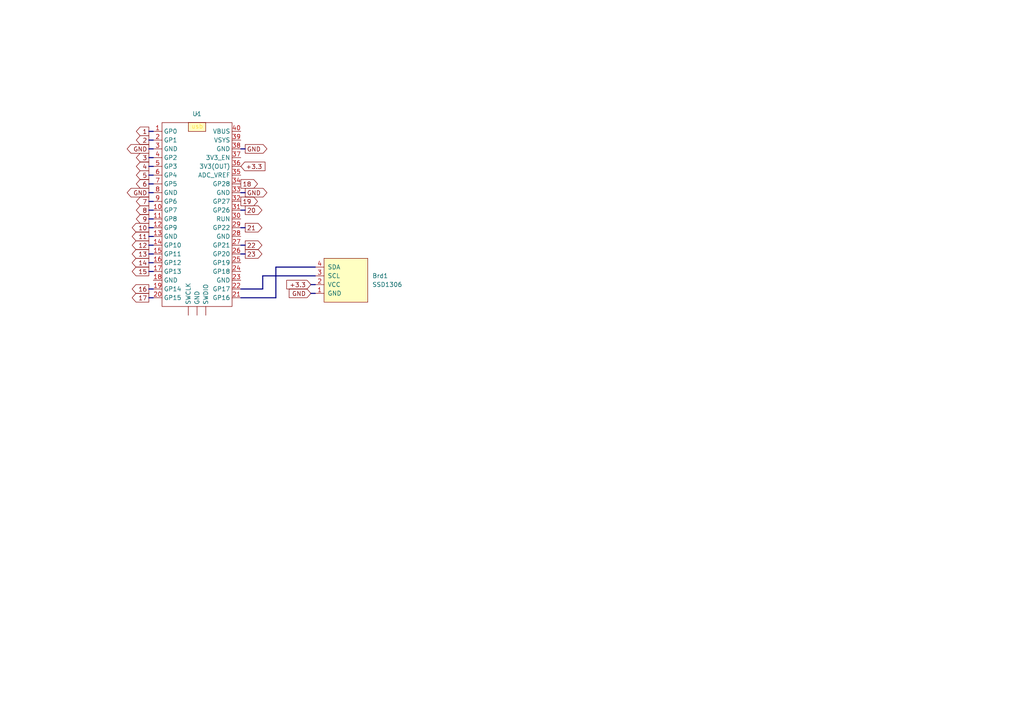
<source format=kicad_sch>
(kicad_sch (version 20230121) (generator eeschema)
  (paper "A4")
  (lib_symbols
    (symbol "Device:C" (pin_numbers hide) (pin_names (offset 0.254))
      (property "Reference" "C" (at 0.635 2.54 0))
      (property "Value" "C" (at 0.635 -2.54 0))
      (symbol "C_1_1"
        (pin passive line (at 0 3.81 270) (length 2.794) (name "~") (number "1"))
        (pin passive line (at 0 -3.81 90) (length 2.794) (name "~") (number "2"))
      )
    )
    (symbol "mcu:pi_pico"
      (property "Reference" "U" (at 0 0 0))
      (symbol "pi_pico_1_0"
        (pin passive line (at -12.7 -27.94 0) (length 2.54) (name "GP7") (number "10"))
        (pin passive line (at -12.7 -30.48 0) (length 2.54) (name "GP8") (number "11"))
        (pin passive line (at -12.7 -33.02 0) (length 2.54) (name "GP9") (number "12"))
        (pin passive line (at -12.7 -35.56 0) (length 2.54) (name "GND") (number "13"))
        (pin passive line (at -12.7 -38.1 0) (length 2.54) (name "GP10") (number "14"))
        (pin passive line (at -12.7 -40.64 0) (length 2.54) (name "GP11") (number "15"))
        (pin passive line (at -12.7 -43.18 0) (length 2.54) (name "GP12") (number "16"))
        (pin passive line (at -12.7 -45.72 0) (length 2.54) (name "GP13") (number "17"))
        (pin passive line (at -12.7 -48.26 0) (length 2.54) (name "GND") (number "18"))
        (pin passive line (at -12.7 -50.8 0) (length 2.54) (name "GP14") (number "19"))
        (pin passive line (at -12.7 -53.34 0) (length 2.54) (name "GP15") (number "20"))
        (pin passive line (at 12.7 -53.34 180) (length 2.54) (name "GP16") (number "21"))
        (pin passive line (at 12.7 -50.8 180) (length 2.54) (name "GP17") (number "22"))
        (pin passive line (at 12.7 -48.26 180) (length 2.54) (name "GND") (number "23"))
        (pin passive line (at 12.7 -45.72 180) (length 2.54) (name "GP18") (number "24"))
        (pin passive line (at 12.7 -43.18 180) (length 2.54) (name "GP19") (number "25"))
        (pin passive line (at 12.7 -40.64 180) (length 2.54) (name "GP20") (number "26"))
        (pin passive line (at 12.7 -38.1 180) (length 2.54) (name "GP21") (number "27"))
        (pin passive line (at 12.7 -35.56 180) (length 2.54) (name "GND") (number "28"))
        (pin passive line (at 12.7 -33.02 180) (length 2.54) (name "GP22") (number "29"))
        (pin passive line (at -12.7 -10.16 0) (length 2.54) (name "GND") (number "3"))
        (pin passive line (at 12.7 -30.48 180) (length 2.54) (name "RUN") (number "30"))
        (pin passive line (at 12.7 -27.94 180) (length 2.54) (name "GP26") (number "31"))
        (pin passive line (at 12.7 -25.4 180) (length 2.54) (name "GP27") (number "32"))
        (pin passive line (at 12.7 -22.86 180) (length 2.54) (name "GND") (number "33"))
        (pin passive line (at 12.7 -20.32 180) (length 2.54) (name "GP28") (number "34"))
        (pin passive line (at 12.7 -17.78 180) (length 2.54) (name "ADC_VREF") (number "35"))
        (pin power_out line (at 12.7 -15.24 180) (length 2.54) (name "3V3(OUT)") (number "36"))
        (pin passive line (at 12.7 -12.7 180) (length 2.54) (name "3V3_EN") (number "37"))
        (pin passive line (at 12.7 -10.16 180) (length 2.54) (name "GND") (number "38"))
        (pin passive line (at 12.7 -7.62 180) (length 2.54) (name "VSYS") (number "39"))
        (pin passive line (at -12.7 -12.7 0) (length 2.54) (name "GP2") (number "4"))
        (pin passive line (at -12.7 -15.24 0) (length 2.54) (name "GP3") (number "5"))
        (pin passive line (at -12.7 -17.78 0) (length 2.54) (name "GP4") (number "6"))
        (pin passive line (at -12.7 -20.32 0) (length 2.54) (name "GP5") (number "7"))
        (pin passive line (at -12.7 -22.86 0) (length 2.54) (name "GND") (number "8"))
        (pin passive line (at -12.7 -25.4 0) (length 2.54) (name "GP6") (number "9"))
      )
      (symbol "pi_pico_1_1"
        (text "usb" (at 0.0526 -3.6068 0) (effects (font (size 1.27 1.27))))
        (pin passive line (at 0 -58.42 90) (length 2.54) (name "GND") (number ""))
        (pin passive line (at -2.54 -58.42 90) (length 2.54) (name "SWCLK") (number ""))
        (pin passive line (at 2.54 -58.42 90) (length 2.54) (name "SWDIO") (number ""))
        (pin passive line (at -12.7 -5.08 0) (length 2.54) (name "GP0") (number "1"))
        (pin passive line (at -12.7 -7.62 0) (length 2.54) (name "GP1") (number "2"))
        (pin passive line (at 12.7 -5.08 180) (length 2.54) (name "VBUS") (number "40"))
      )
    )
    (symbol "自作_Library:13×13_touch_pad"
      (property "Reference" "U5" (at 2.54 0 0))
      (property "Value" "~" (at 0 4.445 0))
      (symbol "13×13_touch_pad_1_1"
        (pin input line (at -2.54 0 0) (length 2.54) (name "1") (number "1"))
      )
    )
    (symbol "自作_Library:SSD1306" (pin_names (offset 1.016))
      (property "Reference" "Brd" (at 0 -3.81 0))
      (property "Value" "SSD1306" (at 0 -1.27 0))
      (symbol "SSD1306_1_1"
        (pin input line (at -3.81 8.89 270) (length 2.54) (name "GND") (number "1"))
        (pin input line (at -1.27 8.89 270) (length 2.54) (name "VCC") (number "2"))
        (pin input line (at 1.27 8.89 270) (length 2.54) (name "SCL") (number "3"))
        (pin input line (at 3.81 8.89 270) (length 2.54) (name "SDA") (number "4"))
      )
    )
    (symbol "自作_Library:TTP223-BA6" (pin_names (offset 1.016))
      (property "Reference" "U" (at -7.62 8.128 0))
      (property "Value" "TTP223-BA6" (at -7.62 -9.906 0))
      (symbol "TTP223-BA6_0_0"
        (pin output line (at 10.16 5.08 180) (length 2.54) (name "Q") (number "1"))
        (pin power_in line (at -10.16 -5.08 0) (length 2.54) (name "VSS") (number "2"))
        (pin bidirectional line (at -10.16 0 0) (length 2.54) (name "I") (number "3"))
        (pin input line (at 10.16 -2.54 180) (length 2.54) (name "AHLB") (number "4"))
        (pin power_in line (at -10.16 5.08 0) (length 2.54) (name "VDD") (number "5"))
        (pin input line (at 10.16 0 180) (length 2.54) (name "TOG") (number "6"))
      )
    )
  )
  (junction (at 546.1 118.11))
  (junction (at 515.62 64.77))
  (junction (at 405.13 50.8))
  (junction (at 355.6 22.86))
  (junction (at 553.72 105.41))
  (junction (at 613.41 44.45))
  (junction (at 416.56 62.23))
  (junction (at 453.39 27.94))
  (junction (at 367.03 83.82))
  (junction (at 496.57 40.64))
  (junction (at 445.77 66.04))
  (junction (at 594.36 95.25))
  (junction (at 613.41 69.85))
  (junction (at 496.57 115.57))
  (junction (at 553.72 30.48))
  (junction (at 405.13 100.33))
  (junction (at 496.57 66.04))
  (junction (at 601.98 33.02))
  (junction (at 445.77 40.64))
  (junction (at 355.6 48.26))
  (junction (at 546.1 68.58))
  (junction (at 367.03 59.69))
  (junction (at 347.98 110.49))
  (junction (at 453.39 53.34))
  (junction (at 565.15 116.84))
  (junction (at 464.82 88.9))
  (junction (at 565.15 41.91))
  (junction (at 347.98 85.09))
  (junction (at 515.62 114.3))
  (junction (at 416.56 111.76))
  (junction (at 397.51 38.1))
  (junction (at 565.15 91.44))
  (junction (at 464.82 64.77))
  (junction (at 445.77 115.57))
  (junction (at 347.98 35.56))
  (junction (at 515.62 39.37))
  (junction (at 601.98 58.42))
  (junction (at 553.72 55.88))
  (junction (at 445.77 90.17))
  (junction (at 504.19 102.87))
  (junction (at 355.6 72.39))
  (junction (at 504.19 77.47))
  (junction (at 397.51 87.63))
  (junction (at 504.19 53.34))
  (junction (at 464.82 39.37))
  (junction (at 565.15 67.31))
  (junction (at 367.03 109.22))
  (junction (at 546.1 43.18))
  (junction (at 594.36 45.72))
  (junction (at 613.41 93.98))
  (junction (at 416.56 36.83))
  (junction (at 464.82 114.3))
  (junction (at 347.98 60.96))
  (junction (at 416.56 86.36))
  (junction (at 553.72 80.01))
  (junction (at 601.98 82.55))
  (junction (at 397.51 113.03))
  (junction (at 397.51 63.5))
  (junction (at 355.6 97.79))
  (junction (at 367.03 34.29))
  (junction (at 405.13 74.93))
  (junction (at 504.19 27.94))
  (junction (at 453.39 77.47))
  (junction (at 405.13 25.4))
  (junction (at 515.62 88.9))
  (junction (at 496.57 90.17))
  (junction (at 453.39 102.87))
  (junction (at 546.1 92.71))
  (junction (at 594.36 71.12))
  (bus (pts (xy 416.56 62.23) (xy 416.56 63.5)))
  (bus (pts (xy 593.09 95.25) (xy 594.36 95.25)))
  (bus (pts (xy 518.16 22.86) (xy 518.16 39.37)))
  (bus (pts (xy 553.72 55.88) (xy 557.53 55.88)))
  (bus (pts (xy 369.57 59.69) (xy 367.03 59.69)))
  (bus (pts (xy 453.39 62.23) (xy 453.39 64.77)))
  (bus (pts (xy 567.69 25.4) (xy 567.69 41.91)))
  (bus (pts (xy 408.94 63.5) (xy 397.51 63.5)))
  (bus (pts (xy 43.18 60.96) (xy 44.45 60.96)))
  (bus (pts (xy 367.03 59.69) (xy 367.03 60.96)))
  (bus (pts (xy 495.3 107.95) (xy 496.57 107.95)))
  (bus (pts (xy 457.2 66.04) (xy 445.77 66.04)))
  (bus (pts (xy 515.62 114.3) (xy 504.19 114.3)))
  (bus (pts (xy 69.85 71.12) (xy 71.12 71.12)))
  (bus (pts (xy 544.83 85.09) (xy 546.1 85.09)))
  (bus (pts (xy 355.6 72.39) (xy 359.41 72.39)))
  (bus (pts (xy 495.3 66.04) (xy 496.57 66.04)))
  (bus (pts (xy 355.6 72.39) (xy 355.6 73.66)))
  (bus (pts (xy 346.71 92.71) (xy 369.57 92.71)))
  (bus (pts (xy 396.24 113.03) (xy 397.51 113.03)))
  (bus (pts (xy 43.18 48.26) (xy 44.45 48.26)))
  (bus (pts (xy 553.72 88.9) (xy 553.72 91.44)))
  (bus (pts (xy 444.5 40.64) (xy 445.77 40.64)))
  (bus (pts (xy 613.41 43.18) (xy 613.41 44.45)))
  (bus (pts (xy 467.36 22.86) (xy 467.36 39.37)))
  (bus (pts (xy 397.51 113.03) (xy 397.51 105.41)))
  (bus (pts (xy 346.71 43.18) (xy 369.57 43.18)))
  (bus (pts (xy 445.77 90.17) (xy 445.77 82.55)))
  (bus (pts (xy 553.72 30.48) (xy 553.72 31.75)))
  (bus (pts (xy 90.17 85.09) (xy 91.44 85.09)))
  (bus (pts (xy 567.69 67.31) (xy 565.15 67.31)))
  (bus (pts (xy 43.18 38.1) (xy 44.45 38.1)))
  (bus (pts (xy 69.85 86.36) (xy 80.01 86.36)))
  (bus (pts (xy 43.18 55.88) (xy 44.45 55.88)))
  (bus (pts (xy 416.56 85.09) (xy 416.56 86.36)))
  (bus (pts (xy 396.24 105.41) (xy 397.51 105.41)))
  (bus (pts (xy 367.03 34.29) (xy 367.03 35.56)))
  (bus (pts (xy 467.36 114.3) (xy 464.82 114.3)))
  (bus (pts (xy 445.77 115.57) (xy 445.77 107.95)))
  (bus (pts (xy 396.24 87.63) (xy 397.51 87.63)))
  (bus (pts (xy 518.16 64.77) (xy 515.62 64.77)))
  (bus (pts (xy 515.62 88.9) (xy 515.62 90.17)))
  (bus (pts (xy 416.56 36.83) (xy 416.56 38.1)))
  (bus (pts (xy 495.3 58.42) (xy 496.57 58.42)))
  (bus (pts (xy 405.13 83.82) (xy 405.13 86.36)))
  (bus (pts (xy 504.19 111.76) (xy 504.19 114.3)))
  (bus (pts (xy 565.15 41.91) (xy 553.72 41.91)))
  (bus (pts (xy 367.03 109.22) (xy 355.6 109.22)))
  (bus (pts (xy 43.18 50.8) (xy 44.45 50.8)))
  (bus (pts (xy 544.83 110.49) (xy 546.1 110.49)))
  (bus (pts (xy 515.62 64.77) (xy 504.19 64.77)))
  (bus (pts (xy 495.3 82.55) (xy 496.57 82.55)))
  (bus (pts (xy 518.16 114.3) (xy 515.62 114.3)))
  (bus (pts (xy 464.82 114.3) (xy 464.82 115.57)))
  (bus (pts (xy 605.79 95.25) (xy 594.36 95.25)))
  (bus (pts (xy 355.6 22.86) (xy 359.41 22.86)))
  (bus (pts (xy 416.56 62.23) (xy 405.13 62.23)))
  (bus (pts (xy 367.03 83.82) (xy 367.03 85.09)))
  (bus (pts (xy 515.62 113.03) (xy 515.62 114.3)))
  (bus (pts (xy 467.36 64.77) (xy 464.82 64.77)))
  (bus (pts (xy 467.36 97.79) (xy 467.36 114.3)))
  (bus (pts (xy 43.18 73.66) (xy 44.45 73.66)))
  (bus (pts (xy 518.16 48.26) (xy 518.16 64.77)))
  (bus (pts (xy 355.6 48.26) (xy 355.6 49.53)))
  (bus (pts (xy 615.95 93.98) (xy 613.41 93.98)))
  (bus (pts (xy 346.71 97.79) (xy 355.6 97.79)))
  (bus (pts (xy 567.69 74.93) (xy 567.69 91.44)))
  (bus (pts (xy 546.1 43.18) (xy 546.1 35.56)))
  (bus (pts (xy 464.82 63.5) (xy 464.82 64.77)))
  (bus (pts (xy 515.62 39.37) (xy 515.62 40.64)))
  (bus (pts (xy 405.13 74.93) (xy 405.13 76.2)))
  (bus (pts (xy 367.03 33.02) (xy 367.03 34.29)))
  (bus (pts (xy 347.98 110.49) (xy 347.98 102.87)))
  (bus (pts (xy 405.13 100.33) (xy 408.94 100.33)))
  (bus (pts (xy 369.57 109.22) (xy 367.03 109.22)))
  (bus (pts (xy 444.5 102.87) (xy 453.39 102.87)))
  (bus (pts (xy 453.39 27.94) (xy 457.2 27.94)))
  (bus (pts (xy 464.82 87.63) (xy 464.82 88.9)))
  (bus (pts (xy 546.1 68.58) (xy 546.1 60.96)))
  (bus (pts (xy 419.1 62.23) (xy 416.56 62.23)))
  (bus (pts (xy 546.1 118.11) (xy 546.1 110.49)))
  (bus (pts (xy 43.18 71.12) (xy 44.45 71.12)))
  (bus (pts (xy 346.71 17.78) (xy 369.57 17.78)))
  (bus (pts (xy 605.79 45.72) (xy 594.36 45.72)))
  (bus (pts (xy 515.62 88.9) (xy 504.19 88.9)))
  (bus (pts (xy 43.18 76.2) (xy 44.45 76.2)))
  (bus (pts (xy 495.3 90.17) (xy 496.57 90.17)))
  (bus (pts (xy 613.41 69.85) (xy 601.98 69.85)))
  (bus (pts (xy 567.69 116.84) (xy 565.15 116.84)))
  (bus (pts (xy 565.15 66.04) (xy 565.15 67.31)))
  (bus (pts (xy 347.98 85.09) (xy 347.98 77.47)))
  (bus (pts (xy 515.62 64.77) (xy 515.62 66.04)))
  (bus (pts (xy 615.95 77.47) (xy 615.95 93.98)))
  (bus (pts (xy 419.1 95.25) (xy 419.1 111.76)))
  (bus (pts (xy 601.98 82.55) (xy 601.98 83.82)))
  (bus (pts (xy 453.39 102.87) (xy 457.2 102.87)))
  (bus (pts (xy 397.51 38.1) (xy 397.51 30.48)))
  (bus (pts (xy 504.19 53.34) (xy 508 53.34)))
  (bus (pts (xy 69.85 55.88) (xy 71.12 55.88)))
  (bus (pts (xy 515.62 87.63) (xy 515.62 88.9)))
  (bus (pts (xy 416.56 36.83) (xy 405.13 36.83)))
  (bus (pts (xy 553.72 55.88) (xy 553.72 57.15)))
  (bus (pts (xy 508 40.64) (xy 496.57 40.64)))
  (bus (pts (xy 346.71 72.39) (xy 355.6 72.39)))
  (bus (pts (xy 346.71 102.87) (xy 347.98 102.87)))
  (bus (pts (xy 416.56 60.96) (xy 416.56 62.23)))
  (bus (pts (xy 553.72 80.01) (xy 557.53 80.01)))
  (bus (pts (xy 601.98 41.91) (xy 601.98 44.45)))
  (bus (pts (xy 544.83 100.33) (xy 567.69 100.33)))
  (bus (pts (xy 367.03 58.42) (xy 367.03 59.69)))
  (bus (pts (xy 367.03 82.55) (xy 367.03 83.82)))
  (bus (pts (xy 346.71 60.96) (xy 347.98 60.96)))
  (bus (pts (xy 419.1 69.85) (xy 419.1 86.36)))
  (bus (pts (xy 355.6 81.28) (xy 355.6 83.82)))
  (bus (pts (xy 405.13 25.4) (xy 408.94 25.4)))
  (bus (pts (xy 601.98 58.42) (xy 601.98 59.69)))
  (bus (pts (xy 346.71 35.56) (xy 347.98 35.56)))
  (bus (pts (xy 69.85 66.04) (xy 71.12 66.04)))
  (bus (pts (xy 508 66.04) (xy 496.57 66.04)))
  (bus (pts (xy 444.5 77.47) (xy 453.39 77.47)))
  (bus (pts (xy 369.57 43.18) (xy 369.57 59.69)))
  (bus (pts (xy 453.39 77.47) (xy 453.39 78.74)))
  (bus (pts (xy 397.51 63.5) (xy 397.51 55.88)))
  (bus (pts (xy 613.41 93.98) (xy 601.98 93.98)))
  (bus (pts (xy 496.57 115.57) (xy 496.57 107.95)))
  (bus (pts (xy 553.72 39.37) (xy 553.72 41.91)))
  (bus (pts (xy 464.82 88.9) (xy 464.82 90.17)))
  (bus (pts (xy 504.19 27.94) (xy 508 27.94)))
  (bus (pts (xy 593.09 33.02) (xy 601.98 33.02)))
  (bus (pts (xy 615.95 44.45) (xy 613.41 44.45)))
  (bus (pts (xy 593.09 53.34) (xy 615.95 53.34)))
  (bus (pts (xy 567.69 50.8) (xy 567.69 67.31)))
  (bus (pts (xy 593.09 63.5) (xy 594.36 63.5)))
  (bus (pts (xy 467.36 48.26) (xy 467.36 64.77)))
  (bus (pts (xy 495.3 27.94) (xy 504.19 27.94)))
  (bus (pts (xy 557.53 92.71) (xy 546.1 92.71)))
  (bus (pts (xy 601.98 58.42) (xy 605.79 58.42)))
  (bus (pts (xy 565.15 116.84) (xy 553.72 116.84)))
  (bus (pts (xy 544.83 80.01) (xy 553.72 80.01)))
  (bus (pts (xy 69.85 73.66) (xy 71.12 73.66)))
  (bus (pts (xy 553.72 80.01) (xy 553.72 81.28)))
  (bus (pts (xy 369.57 17.78) (xy 369.57 34.29)))
  (bus (pts (xy 367.03 107.95) (xy 367.03 109.22)))
  (bus (pts (xy 544.83 55.88) (xy 553.72 55.88)))
  (bus (pts (xy 396.24 69.85) (xy 419.1 69.85)))
  (bus (pts (xy 408.94 87.63) (xy 397.51 87.63)))
  (bus (pts (xy 495.3 77.47) (xy 504.19 77.47)))
  (bus (pts (xy 397.51 87.63) (xy 397.51 80.01)))
  (bus (pts (xy 504.19 36.83) (xy 504.19 39.37)))
  (bus (pts (xy 457.2 40.64) (xy 445.77 40.64)))
  (bus (pts (xy 593.09 27.94) (xy 615.95 27.94)))
  (bus (pts (xy 567.69 41.91) (xy 565.15 41.91)))
  (bus (pts (xy 43.18 53.34) (xy 44.45 53.34)))
  (bus (pts (xy 346.71 27.94) (xy 347.98 27.94)))
  (bus (pts (xy 444.5 66.04) (xy 445.77 66.04)))
  (bus (pts (xy 464.82 64.77) (xy 453.39 64.77)))
  (bus (pts (xy 346.71 77.47) (xy 347.98 77.47)))
  (bus (pts (xy 359.41 85.09) (xy 347.98 85.09)))
  (bus (pts (xy 504.19 62.23) (xy 504.19 64.77)))
  (bus (pts (xy 405.13 50.8) (xy 405.13 52.07)))
  (bus (pts (xy 405.13 50.8) (xy 408.94 50.8)))
  (bus (pts (xy 515.62 63.5) (xy 515.62 64.77)))
  (bus (pts (xy 355.6 106.68) (xy 355.6 109.22)))
  (bus (pts (xy 69.85 60.96) (xy 71.12 60.96)))
  (bus (pts (xy 444.5 82.55) (xy 445.77 82.55)))
  (bus (pts (xy 495.3 22.86) (xy 518.16 22.86)))
  (bus (pts (xy 396.24 55.88) (xy 397.51 55.88)))
  (bus (pts (xy 396.24 25.4) (xy 405.13 25.4)))
  (bus (pts (xy 544.83 68.58) (xy 546.1 68.58)))
  (bus (pts (xy 565.15 91.44) (xy 553.72 91.44)))
  (bus (pts (xy 69.85 43.18) (xy 71.12 43.18)))
  (bus (pts (xy 553.72 64.77) (xy 553.72 67.31)))
  (bus (pts (xy 369.57 34.29) (xy 367.03 34.29)))
  (bus (pts (xy 593.09 87.63) (xy 594.36 87.63)))
  (bus (pts (xy 464.82 113.03) (xy 464.82 114.3)))
  (bus (pts (xy 544.83 118.11) (xy 546.1 118.11)))
  (bus (pts (xy 504.19 77.47) (xy 508 77.47)))
  (bus (pts (xy 601.98 33.02) (xy 601.98 34.29)))
  (bus (pts (xy 80.01 86.36) (xy 80.01 77.47)))
  (bus (pts (xy 615.95 69.85) (xy 613.41 69.85)))
  (bus (pts (xy 396.24 50.8) (xy 405.13 50.8)))
  (bus (pts (xy 405.13 100.33) (xy 405.13 101.6)))
  (bus (pts (xy 544.83 25.4) (xy 567.69 25.4)))
  (bus (pts (xy 613.41 69.85) (xy 613.41 71.12)))
  (bus (pts (xy 504.19 86.36) (xy 504.19 88.9)))
  (bus (pts (xy 444.5 33.02) (xy 445.77 33.02)))
  (bus (pts (xy 396.24 100.33) (xy 405.13 100.33)))
  (bus (pts (xy 405.13 34.29) (xy 405.13 36.83)))
  (bus (pts (xy 359.41 60.96) (xy 347.98 60.96)))
  (bus (pts (xy 76.2 80.01) (xy 91.44 80.01)))
  (bus (pts (xy 613.41 44.45) (xy 601.98 44.45)))
  (bus (pts (xy 369.57 67.31) (xy 369.57 83.82)))
  (bus (pts (xy 43.18 86.36) (xy 44.45 86.36)))
  (bus (pts (xy 369.57 92.71) (xy 369.57 109.22)))
  (bus (pts (xy 544.83 35.56) (xy 546.1 35.56)))
  (bus (pts (xy 565.15 41.91) (xy 565.15 43.18)))
  (bus (pts (xy 445.77 66.04) (xy 445.77 58.42)))
  (bus (pts (xy 453.39 77.47) (xy 457.2 77.47)))
  (bus (pts (xy 43.18 66.04) (xy 44.45 66.04)))
  (bus (pts (xy 593.09 71.12) (xy 594.36 71.12)))
  (bus (pts (xy 593.09 82.55) (xy 601.98 82.55)))
  (bus (pts (xy 544.83 74.93) (xy 567.69 74.93)))
  (bus (pts (xy 605.79 71.12) (xy 594.36 71.12)))
  (bus (pts (xy 416.56 35.56) (xy 416.56 36.83)))
  (bus (pts (xy 504.19 102.87) (xy 508 102.87)))
  (bus (pts (xy 518.16 39.37) (xy 515.62 39.37)))
  (bus (pts (xy 80.01 77.47) (xy 91.44 77.47)))
  (bus (pts (xy 495.3 53.34) (xy 504.19 53.34)))
  (bus (pts (xy 419.1 111.76) (xy 416.56 111.76)))
  (bus (pts (xy 613.41 44.45) (xy 613.41 45.72)))
  (bus (pts (xy 565.15 90.17) (xy 565.15 91.44)))
  (bus (pts (xy 43.18 78.74) (xy 44.45 78.74)))
  (bus (pts (xy 464.82 64.77) (xy 464.82 66.04)))
  (bus (pts (xy 495.3 40.64) (xy 496.57 40.64)))
  (bus (pts (xy 444.5 90.17) (xy 445.77 90.17)))
  (bus (pts (xy 557.53 43.18) (xy 546.1 43.18)))
  (bus (pts (xy 396.24 63.5) (xy 397.51 63.5)))
  (bus (pts (xy 457.2 90.17) (xy 445.77 90.17)))
  (bus (pts (xy 444.5 53.34) (xy 453.39 53.34)))
  (bus (pts (xy 601.98 91.44) (xy 601.98 93.98)))
  (bus (pts (xy 544.83 43.18) (xy 546.1 43.18)))
  (bus (pts (xy 464.82 114.3) (xy 453.39 114.3)))
  (bus (pts (xy 464.82 38.1) (xy 464.82 39.37)))
  (bus (pts (xy 369.57 83.82) (xy 367.03 83.82)))
  (bus (pts (xy 416.56 110.49) (xy 416.56 111.76)))
  (bus (pts (xy 396.24 30.48) (xy 397.51 30.48)))
  (bus (pts (xy 601.98 33.02) (xy 605.79 33.02)))
  (bus (pts (xy 396.24 38.1) (xy 397.51 38.1)))
  (bus (pts (xy 69.85 83.82) (xy 76.2 83.82)))
  (bus (pts (xy 416.56 86.36) (xy 416.56 87.63)))
  (bus (pts (xy 405.13 74.93) (xy 408.94 74.93)))
  (bus (pts (xy 467.36 88.9) (xy 464.82 88.9)))
  (bus (pts (xy 396.24 45.72) (xy 419.1 45.72)))
  (bus (pts (xy 453.39 53.34) (xy 453.39 54.61)))
  (bus (pts (xy 419.1 86.36) (xy 416.56 86.36)))
  (bus (pts (xy 419.1 45.72) (xy 419.1 62.23)))
  (bus (pts (xy 594.36 71.12) (xy 594.36 63.5)))
  (bus (pts (xy 594.36 45.72) (xy 594.36 38.1)))
  (bus (pts (xy 504.19 77.47) (xy 504.19 78.74)))
  (bus (pts (xy 518.16 97.79) (xy 518.16 114.3)))
  (bus (pts (xy 367.03 59.69) (xy 355.6 59.69)))
  (bus (pts (xy 396.24 74.93) (xy 405.13 74.93)))
  (bus (pts (xy 557.53 68.58) (xy 546.1 68.58)))
  (bus (pts (xy 544.83 50.8) (xy 567.69 50.8)))
  (bus (pts (xy 444.5 58.42) (xy 445.77 58.42)))
  (bus (pts (xy 419.1 20.32) (xy 419.1 36.83)))
  (bus (pts (xy 495.3 33.02) (xy 496.57 33.02)))
  (bus (pts (xy 405.13 59.69) (xy 405.13 62.23)))
  (bus (pts (xy 544.83 30.48) (xy 553.72 30.48)))
  (bus (pts (xy 43.18 68.58) (xy 44.45 68.58)))
  (bus (pts (xy 601.98 67.31) (xy 601.98 69.85)))
  (bus (pts (xy 346.71 22.86) (xy 355.6 22.86)))
  (bus (pts (xy 396.24 80.01) (xy 397.51 80.01)))
  (bus (pts (xy 495.3 48.26) (xy 518.16 48.26)))
  (bus (pts (xy 43.18 40.64) (xy 44.45 40.64)))
  (bus (pts (xy 615.95 53.34) (xy 615.95 69.85)))
  (bus (pts (xy 396.24 20.32) (xy 419.1 20.32)))
  (bus (pts (xy 405.13 109.22) (xy 405.13 111.76)))
  (bus (pts (xy 416.56 111.76) (xy 416.56 113.03)))
  (bus (pts (xy 504.19 102.87) (xy 504.19 104.14)))
  (bus (pts (xy 355.6 97.79) (xy 355.6 99.06)))
  (bus (pts (xy 408.94 38.1) (xy 397.51 38.1)))
  (bus (pts (xy 444.5 97.79) (xy 467.36 97.79)))
  (bus (pts (xy 346.71 48.26) (xy 355.6 48.26)))
  (bus (pts (xy 613.41 68.58) (xy 613.41 69.85)))
  (bus (pts (xy 518.16 72.39) (xy 518.16 88.9)))
  (bus (pts (xy 553.72 105.41) (xy 557.53 105.41)))
  (bus (pts (xy 495.3 72.39) (xy 518.16 72.39)))
  (bus (pts (xy 565.15 91.44) (xy 565.15 92.71)))
  (bus (pts (xy 444.5 115.57) (xy 445.77 115.57)))
  (bus (pts (xy 508 115.57) (xy 496.57 115.57)))
  (bus (pts (xy 496.57 40.64) (xy 496.57 33.02)))
  (bus (pts (xy 43.18 58.42) (xy 44.45 58.42)))
  (bus (pts (xy 544.83 60.96) (xy 546.1 60.96)))
  (bus (pts (xy 508 90.17) (xy 496.57 90.17)))
  (bus (pts (xy 346.71 67.31) (xy 369.57 67.31)))
  (bus (pts (xy 355.6 48.26) (xy 359.41 48.26)))
  (bus (pts (xy 567.69 100.33) (xy 567.69 116.84)))
  (bus (pts (xy 43.18 63.5) (xy 44.45 63.5)))
  (bus (pts (xy 416.56 111.76) (xy 405.13 111.76)))
  (bus (pts (xy 593.09 38.1) (xy 594.36 38.1)))
  (bus (pts (xy 346.71 85.09) (xy 347.98 85.09)))
  (bus (pts (xy 464.82 88.9) (xy 453.39 88.9)))
  (bus (pts (xy 444.5 72.39) (xy 467.36 72.39)))
  (bus (pts (xy 565.15 40.64) (xy 565.15 41.91)))
  (bus (pts (xy 601.98 82.55) (xy 605.79 82.55)))
  (bus (pts (xy 546.1 92.71) (xy 546.1 85.09)))
  (bus (pts (xy 615.95 27.94) (xy 615.95 44.45)))
  (bus (pts (xy 496.57 66.04) (xy 496.57 58.42)))
  (bus (pts (xy 495.3 97.79) (xy 518.16 97.79)))
  (bus (pts (xy 557.53 118.11) (xy 546.1 118.11)))
  (bus (pts (xy 396.24 95.25) (xy 419.1 95.25)))
  (bus (pts (xy 567.69 91.44) (xy 565.15 91.44)))
  (bus (pts (xy 565.15 116.84) (xy 565.15 118.11)))
  (bus (pts (xy 453.39 27.94) (xy 453.39 29.21)))
  (bus (pts (xy 405.13 25.4) (xy 405.13 26.67)))
  (bus (pts (xy 496.57 90.17) (xy 496.57 82.55)))
  (bus (pts (xy 76.2 83.82) (xy 76.2 80.01)))
  (bus (pts (xy 565.15 67.31) (xy 565.15 68.58)))
  (bus (pts (xy 346.71 53.34) (xy 347.98 53.34)))
  (bus (pts (xy 453.39 102.87) (xy 453.39 104.14)))
  (bus (pts (xy 367.03 109.22) (xy 367.03 110.49)))
  (bus (pts (xy 444.5 22.86) (xy 467.36 22.86)))
  (bus (pts (xy 495.3 102.87) (xy 504.19 102.87)))
  (bus (pts (xy 355.6 31.75) (xy 355.6 34.29)))
  (bus (pts (xy 444.5 27.94) (xy 453.39 27.94)))
  (bus (pts (xy 504.19 27.94) (xy 504.19 29.21)))
  (bus (pts (xy 593.09 45.72) (xy 594.36 45.72)))
  (bus (pts (xy 444.5 48.26) (xy 467.36 48.26)))
  (bus (pts (xy 464.82 39.37) (xy 464.82 40.64)))
  (bus (pts (xy 43.18 83.82) (xy 44.45 83.82)))
  (bus (pts (xy 613.41 92.71) (xy 613.41 93.98)))
  (bus (pts (xy 43.18 45.72) (xy 44.45 45.72)))
  (bus (pts (xy 467.36 72.39) (xy 467.36 88.9)))
  (bus (pts (xy 515.62 38.1) (xy 515.62 39.37)))
  (bus (pts (xy 408.94 113.03) (xy 397.51 113.03)))
  (bus (pts (xy 467.36 39.37) (xy 464.82 39.37)))
  (bus (pts (xy 367.03 83.82) (xy 355.6 83.82)))
  (bus (pts (xy 457.2 115.57) (xy 445.77 115.57)))
  (bus (pts (xy 464.82 39.37) (xy 453.39 39.37)))
  (bus (pts (xy 515.62 114.3) (xy 515.62 115.57)))
  (bus (pts (xy 355.6 97.79) (xy 359.41 97.79)))
  (bus (pts (xy 544.83 92.71) (xy 546.1 92.71)))
  (bus (pts (xy 416.56 86.36) (xy 405.13 86.36)))
  (bus (pts (xy 453.39 53.34) (xy 457.2 53.34)))
  (bus (pts (xy 613.41 93.98) (xy 613.41 95.25)))
  (bus (pts (xy 453.39 111.76) (xy 453.39 114.3)))
  (bus (pts (xy 565.15 67.31) (xy 553.72 67.31)))
  (bus (pts (xy 504.19 53.34) (xy 504.19 54.61)))
  (bus (pts (xy 544.83 105.41) (xy 553.72 105.41)))
  (bus (pts (xy 359.41 35.56) (xy 347.98 35.56)))
  (bus (pts (xy 90.17 82.55) (xy 91.44 82.55)))
  (bus (pts (xy 594.36 95.25) (xy 594.36 87.63)))
  (bus (pts (xy 553.72 105.41) (xy 553.72 106.68)))
  (bus (pts (xy 367.03 34.29) (xy 355.6 34.29)))
  (bus (pts (xy 553.72 114.3) (xy 553.72 116.84)))
  (bus (pts (xy 515.62 39.37) (xy 504.19 39.37)))
  (bus (pts (xy 347.98 35.56) (xy 347.98 27.94)))
  (bus (pts (xy 347.98 60.96) (xy 347.98 53.34)))
  (bus (pts (xy 359.41 110.49) (xy 347.98 110.49)))
  (bus (pts (xy 445.77 40.64) (xy 445.77 33.02)))
  (bus (pts (xy 444.5 107.95) (xy 445.77 107.95)))
  (bus (pts (xy 453.39 36.83) (xy 453.39 39.37)))
  (bus (pts (xy 553.72 30.48) (xy 557.53 30.48)))
  (bus (pts (xy 346.71 110.49) (xy 347.98 110.49)))
  (bus (pts (xy 518.16 88.9) (xy 515.62 88.9)))
  (bus (pts (xy 43.18 43.18) (xy 44.45 43.18)))
  (bus (pts (xy 355.6 22.86) (xy 355.6 24.13)))
  (bus (pts (xy 565.15 115.57) (xy 565.15 116.84)))
  (bus (pts (xy 453.39 86.36) (xy 453.39 88.9)))
  (bus (pts (xy 593.09 77.47) (xy 615.95 77.47)))
  (bus (pts (xy 419.1 36.83) (xy 416.56 36.83)))
  (bus (pts (xy 355.6 57.15) (xy 355.6 59.69)))
  (bus (pts (xy 593.09 58.42) (xy 601.98 58.42)))
  (bus (pts (xy 495.3 115.57) (xy 496.57 115.57)))
  (global_label "+3.3" (shape input) (at 69.85 48.26 0) (property "Intersheetrefs" "${INTERSHEET_REFS}" (effects hide)))
  (global_label "3" (shape output) (at 43.18 45.72 180) (property "Intersheetrefs" "${INTERSHEET_REFS}" (effects hide)))
  (global_label "GND" (shape input) (at 565.15 40.64 90) (property "Intersheetrefs" "${INTERSHEET_REFS}" (effects hide)))
  (global_label "9" (shape input) (at 424.18 107.95 180) (property "Intersheetrefs" "${INTERSHEET_REFS}" (effects hide)))
  (global_label "13" (shape input) (at 474.98 33.02 180) (property "Intersheetrefs" "${INTERSHEET_REFS}" (effects hide)))
  (global_label "19" (shape output) (at 69.85 58.42 0) (property "Intersheetrefs" "${INTERSHEET_REFS}" (effects hide)))
  (global_label "+3.3" (shape input) (at 346.71 35.56 180) (property "Intersheetrefs" "${INTERSHEET_REFS}" (effects hide)))
  (global_label "22" (shape input) (at 572.77 63.5 180) (property "Intersheetrefs" "${INTERSHEET_REFS}" (effects hide)))
  (global_label "+3.3" (shape input) (at 544.83 118.11 180) (property "Intersheetrefs" "${INTERSHEET_REFS}" (effects hide)))
  (global_label "+3.3" (shape input) (at 396.24 38.1 180) (property "Intersheetrefs" "${INTERSHEET_REFS}" (effects hide)))
  (global_label "23" (shape input) (at 572.77 87.63 180) (property "Intersheetrefs" "${INTERSHEET_REFS}" (effects hide)))
  (global_label "19" (shape input) (at 524.51 60.96 180) (property "Intersheetrefs" "${INTERSHEET_REFS}" (effects hide)))
  (global_label "15" (shape input) (at 474.98 82.55 180) (property "Intersheetrefs" "${INTERSHEET_REFS}" (effects hide)))
  (global_label "GND" (shape input) (at 515.62 38.1 90) (property "Intersheetrefs" "${INTERSHEET_REFS}" (effects hide)))
  (global_label "+3.3" (shape input) (at 346.71 85.09 180) (property "Intersheetrefs" "${INTERSHEET_REFS}" (effects hide)))
  (global_label "13" (shape output) (at 43.18 73.66 180) (property "Intersheetrefs" "${INTERSHEET_REFS}" (effects hide)))
  (global_label "21" (shape output) (at 71.12 66.04 0) (property "Intersheetrefs" "${INTERSHEET_REFS}" (effects hide)))
  (global_label "+3.3" (shape input) (at 346.71 60.96 180) (property "Intersheetrefs" "${INTERSHEET_REFS}" (effects hide)))
  (global_label "20" (shape input) (at 524.51 35.56 180) (property "Intersheetrefs" "${INTERSHEET_REFS}" (effects hide)))
  (global_label "17" (shape input) (at 524.51 110.49 180) (property "Intersheetrefs" "${INTERSHEET_REFS}" (effects hide)))
  (global_label "2" (shape output) (at 43.18 40.64 180) (property "Intersheetrefs" "${INTERSHEET_REFS}" (effects hide)))
  (global_label "GND" (shape input) (at 515.62 113.03 90) (property "Intersheetrefs" "${INTERSHEET_REFS}" (effects hide)))
  (global_label "GND" (shape input) (at 416.56 60.96 90) (property "Intersheetrefs" "${INTERSHEET_REFS}" (effects hide)))
  (global_label "+3.3" (shape input) (at 396.24 63.5 180) (property "Intersheetrefs" "${INTERSHEET_REFS}" (effects hide)))
  (global_label "+3.3" (shape input) (at 444.5 66.04 180) (property "Intersheetrefs" "${INTERSHEET_REFS}" (effects hide)))
  (global_label "GND" (shape output) (at 43.18 55.88 180) (property "Intersheetrefs" "${INTERSHEET_REFS}" (effects hide)))
  (global_label "22" (shape output) (at 71.12 71.12 0) (property "Intersheetrefs" "${INTERSHEET_REFS}" (effects hide)))
  (global_label "GND" (shape input) (at 464.82 63.5 90) (property "Intersheetrefs" "${INTERSHEET_REFS}" (effects hide)))
  (global_label "12" (shape input) (at 424.18 33.02 180) (property "Intersheetrefs" "${INTERSHEET_REFS}" (effects hide)))
  (global_label "15" (shape output) (at 43.18 78.74 180) (property "Intersheetrefs" "${INTERSHEET_REFS}" (effects hide)))
  (global_label "1" (shape output) (at 43.18 38.1 180) (property "Intersheetrefs" "${INTERSHEET_REFS}" (effects hide)))
  (global_label "GND" (shape input) (at 90.17 85.09 180) (property "Intersheetrefs" "${INTERSHEET_REFS}" (effects hide)))
  (global_label "GND" (shape input) (at 613.41 68.58 90) (property "Intersheetrefs" "${INTERSHEET_REFS}" (effects hide)))
  (global_label "GND" (shape input) (at 464.82 113.03 90) (property "Intersheetrefs" "${INTERSHEET_REFS}" (effects hide)))
  (global_label "4" (shape output) (at 43.18 48.26 180) (property "Intersheetrefs" "${INTERSHEET_REFS}" (effects hide)))
  (global_label "GND" (shape input) (at 515.62 87.63 90) (property "Intersheetrefs" "${INTERSHEET_REFS}" (effects hide)))
  (global_label "+3.3" (shape input) (at 495.3 115.57 180) (property "Intersheetrefs" "${INTERSHEET_REFS}" (effects hide)))
  (global_label "7" (shape input) (at 375.92 80.01 180) (property "Intersheetrefs" "${INTERSHEET_REFS}" (effects hide)))
  (global_label "21" (shape input) (at 572.77 38.1 180) (property "Intersheetrefs" "${INTERSHEET_REFS}" (effects hide)))
  (global_label "11" (shape output) (at 43.18 68.58 180) (property "Intersheetrefs" "${INTERSHEET_REFS}" (effects hide)))
  (global_label "GND" (shape input) (at 416.56 110.49 90) (property "Intersheetrefs" "${INTERSHEET_REFS}" (effects hide)))
  (global_label "6" (shape input) (at 375.92 55.88 180) (property "Intersheetrefs" "${INTERSHEET_REFS}" (effects hide)))
  (global_label "16" (shape output) (at 43.18 83.82 180) (property "Intersheetrefs" "${INTERSHEET_REFS}" (effects hide)))
  (global_label "GND" (shape input) (at 515.62 63.5 90) (property "Intersheetrefs" "${INTERSHEET_REFS}" (effects hide)))
  (global_label "GND" (shape input) (at 464.82 38.1 90) (property "Intersheetrefs" "${INTERSHEET_REFS}" (effects hide)))
  (global_label "GND" (shape output) (at 71.12 55.88 0) (property "Intersheetrefs" "${INTERSHEET_REFS}" (effects hide)))
  (global_label "+3.3" (shape input) (at 444.5 90.17 180) (property "Intersheetrefs" "${INTERSHEET_REFS}" (effects hide)))
  (global_label "3" (shape input) (at 326.39 77.47 180) (property "Intersheetrefs" "${INTERSHEET_REFS}" (effects hide)))
  (global_label "GND" (shape input) (at 416.56 35.56 90) (property "Intersheetrefs" "${INTERSHEET_REFS}" (effects hide)))
  (global_label "+3.3" (shape input) (at 544.83 92.71 180) (property "Intersheetrefs" "${INTERSHEET_REFS}" (effects hide)))
  (global_label "18" (shape output) (at 69.85 53.34 0) (property "Intersheetrefs" "${INTERSHEET_REFS}" (effects hide)))
  (global_label "+3.3" (shape input) (at 495.3 90.17 180) (property "Intersheetrefs" "${INTERSHEET_REFS}" (effects hide)))
  (global_label "GND" (shape input) (at 367.03 33.02 90) (property "Intersheetrefs" "${INTERSHEET_REFS}" (effects hide)))
  (global_label "10" (shape input) (at 424.18 82.55 180) (property "Intersheetrefs" "${INTERSHEET_REFS}" (effects hide)))
  (global_label "+3.3" (shape input) (at 346.71 110.49 180) (property "Intersheetrefs" "${INTERSHEET_REFS}" (effects hide)))
  (global_label "14" (shape input) (at 474.98 58.42 180) (property "Intersheetrefs" "${INTERSHEET_REFS}" (effects hide)))
  (global_label "+3.3" (shape input) (at 495.3 40.64 180) (property "Intersheetrefs" "${INTERSHEET_REFS}" (effects hide)))
  (global_label "GND" (shape input) (at 565.15 66.04 90) (property "Intersheetrefs" "${INTERSHEET_REFS}" (effects hide)))
  (global_label "+3.3" (shape input) (at 495.3 66.04 180) (property "Intersheetrefs" "${INTERSHEET_REFS}" (effects hide)))
  (global_label "18" (shape input) (at 524.51 85.09 180) (property "Intersheetrefs" "${INTERSHEET_REFS}" (effects hide)))
  (global_label "+3.3" (shape input) (at 444.5 115.57 180) (property "Intersheetrefs" "${INTERSHEET_REFS}" (effects hide)))
  (global_label "+3.3" (shape input) (at 444.5 40.64 180) (property "Intersheetrefs" "${INTERSHEET_REFS}" (effects hide)))
  (global_label "+3.3" (shape input) (at 396.24 87.63 180) (property "Intersheetrefs" "${INTERSHEET_REFS}" (effects hide)))
  (global_label "GND" (shape input) (at 367.03 58.42 90) (property "Intersheetrefs" "${INTERSHEET_REFS}" (effects hide)))
  (global_label "8" (shape output) (at 43.18 60.96 180) (property "Intersheetrefs" "${INTERSHEET_REFS}" (effects hide)))
  (global_label "+3.3" (shape input) (at 544.83 43.18 180) (property "Intersheetrefs" "${INTERSHEET_REFS}" (effects hide)))
  (global_label "23" (shape output) (at 71.12 73.66 0) (property "Intersheetrefs" "${INTERSHEET_REFS}" (effects hide)))
  (global_label "+3.3" (shape input) (at 90.17 82.55 180) (property "Intersheetrefs" "${INTERSHEET_REFS}" (effects hide)))
  (global_label "6" (shape output) (at 43.18 53.34 180) (property "Intersheetrefs" "${INTERSHEET_REFS}" (effects hide)))
  (global_label "9" (shape output) (at 43.18 63.5 180) (property "Intersheetrefs" "${INTERSHEET_REFS}" (effects hide)))
  (global_label "7" (shape output) (at 43.18 58.42 180) (property "Intersheetrefs" "${INTERSHEET_REFS}" (effects hide)))
  (global_label "GND" (shape output) (at 71.12 43.18 0) (property "Intersheetrefs" "${INTERSHEET_REFS}" (effects hide)))
  (global_label "16" (shape input) (at 474.98 107.95 180) (property "Intersheetrefs" "${INTERSHEET_REFS}" (effects hide)))
  (global_label "1" (shape input) (at 326.39 27.94 180) (property "Intersheetrefs" "${INTERSHEET_REFS}" (effects hide)))
  (global_label "14" (shape output) (at 43.18 76.2 180) (property "Intersheetrefs" "${INTERSHEET_REFS}" (effects hide)))
  (global_label "5" (shape output) (at 43.18 50.8 180) (property "Intersheetrefs" "${INTERSHEET_REFS}" (effects hide)))
  (global_label "GND" (shape output) (at 43.18 43.18 180) (property "Intersheetrefs" "${INTERSHEET_REFS}" (effects hide)))
  (global_label "17" (shape output) (at 43.18 86.36 180) (property "Intersheetrefs" "${INTERSHEET_REFS}" (effects hide)))
  (global_label "2" (shape input) (at 326.39 53.34 180) (property "Intersheetrefs" "${INTERSHEET_REFS}" (effects hide)))
  (global_label "+3.3" (shape input) (at 396.24 113.03 180) (property "Intersheetrefs" "${INTERSHEET_REFS}" (effects hide)))
  (global_label "+3.3" (shape input) (at 593.09 95.25 180) (property "Intersheetrefs" "${INTERSHEET_REFS}" (effects hide)))
  (global_label "11" (shape input) (at 424.18 58.42 180) (property "Intersheetrefs" "${INTERSHEET_REFS}" (effects hide)))
  (global_label "GND" (shape input) (at 565.15 90.17 90) (property "Intersheetrefs" "${INTERSHEET_REFS}" (effects hide)))
  (global_label "8" (shape input) (at 375.92 105.41 180) (property "Intersheetrefs" "${INTERSHEET_REFS}" (effects hide)))
  (global_label "10" (shape output) (at 43.18 66.04 180) (property "Intersheetrefs" "${INTERSHEET_REFS}" (effects hide)))
  (global_label "+3.3" (shape input) (at 593.09 71.12 180) (property "Intersheetrefs" "${INTERSHEET_REFS}" (effects hide)))
  (global_label "GND" (shape input) (at 613.41 43.18 90) (property "Intersheetrefs" "${INTERSHEET_REFS}" (effects hide)))
  (global_label "GND" (shape input) (at 464.82 87.63 90) (property "Intersheetrefs" "${INTERSHEET_REFS}" (effects hide)))
  (global_label "GND" (shape input) (at 416.56 85.09 90) (property "Intersheetrefs" "${INTERSHEET_REFS}" (effects hide)))
  (global_label "12" (shape output) (at 43.18 71.12 180) (property "Intersheetrefs" "${INTERSHEET_REFS}" (effects hide)))
  (global_label "5" (shape input) (at 375.92 30.48 180) (property "Intersheetrefs" "${INTERSHEET_REFS}" (effects hide)))
  (global_label "+3.3" (shape input) (at 544.83 68.58 180) (property "Intersheetrefs" "${INTERSHEET_REFS}" (effects hide)))
  (global_label "GND" (shape input) (at 367.03 107.95 90) (property "Intersheetrefs" "${INTERSHEET_REFS}" (effects hide)))
  (global_label "GND" (shape input) (at 613.41 92.71 90) (property "Intersheetrefs" "${INTERSHEET_REFS}" (effects hide)))
  (global_label "GND" (shape input) (at 367.03 82.55 90) (property "Intersheetrefs" "${INTERSHEET_REFS}" (effects hide)))
  (global_label "+3.3" (shape input) (at 593.09 45.72 180) (property "Intersheetrefs" "${INTERSHEET_REFS}" (effects hide)))
  (global_label "GND" (shape input) (at 565.15 115.57 90) (property "Intersheetrefs" "${INTERSHEET_REFS}" (effects hide)))
  (global_label "4" (shape input) (at 326.39 102.87 180) (property "Intersheetrefs" "${INTERSHEET_REFS}" (effects hide)))
  (global_label "20" (shape output) (at 71.12 60.96 0) (property "Intersheetrefs" "${INTERSHEET_REFS}" (effects hide)))
  (symbol (lib_id "自作_Library:13×13_touch_pad") (at 510.54 77.47 0) (unit 1)
    (property "Reference" "U30" (at 513.08 77.47 0) (effects (justify left)))
    (property "Value" "~" (at 510.54 73.025 0))
    (property "Footprint" "Library 自作:13×13 touch pad" (effects hide))
  )
  (symbol (lib_id "Device:C") (at 405.13 55.88 0) (unit 1)
    (property "Reference" "C1" (at 408.94 54.61 0) (effects (justify left)))
    (property "Value" "0~50pF" (at 408.94 57.15 0) (effects (justify left)))
    (property "Footprint" "Capacitor_SMD:C_0603_1608Metric" (effects hide))
  )
  (symbol (lib_id "自作_Library:TTP223-BA6") (at 582.93 82.55 180) (unit 1)
    (property "Reference" "U44" (at 582.93 69.85 0))
    (property "Value" "TTP223-BA6" (at 582.93 72.39 0))
    (property "Footprint" "Library 自作:SOT23-6" (effects hide))
    (property "MF" "tontek" (effects hide))
    (property "Description" "\n" (effects hide))
    (property "LIB" "CID" (effects hide))
    (property "Package" "None" (effects hide))
    (property "Price" "None" (effects hide))
    (property "SnapEDA_Link" "https://www.snapeda.com/parts/TTP223-BA6/TONTEK/view-part/?ref=snap" (effects hide))
    (property "MP" "TTP223-BA6" (effects hide))
    (property "Availability" "In Stock" (effects hide))
    (property "Check_prices" "https://www.snapeda.com/parts/TTP223-BA6/TONTEK/view-part/?ref=eda" (effects hide))
  )
  (symbol (lib_id "自作_Library:13×13_touch_pad") (at 411.48 74.93 0) (unit 1)
    (property "Reference" "U6" (at 414.02 74.93 0) (effects (justify left)))
    (property "Value" "~" (at 411.48 70.485 0))
    (property "Footprint" "Library 自作:13×13 touch pad" (effects hide))
  )
  (symbol (lib_id "Device:C") (at 412.75 87.63 270) (unit 1)
    (property "Reference" "C5" (at 412.75 80.01 90))
    (property "Value" "0.1uF" (at 412.75 82.55 90))
    (property "Footprint" "Capacitor_SMD:C_0603_1608Metric" (effects hide))
  )
  (symbol (lib_id "自作_Library:TTP223-BA6") (at 386.08 25.4 180) (unit 1)
    (property "Reference" "U39" (at 386.08 12.7 0))
    (property "Value" "TTP223-BA6" (at 386.08 15.24 0))
    (property "Footprint" "Library 自作:SOT23-6" (effects hide))
    (property "MF" "tontek" (effects hide))
    (property "Description" "\n" (effects hide))
    (property "LIB" "CID" (effects hide))
    (property "Package" "None" (effects hide))
    (property "Price" "None" (effects hide))
    (property "SnapEDA_Link" "https://www.snapeda.com/parts/TTP223-BA6/TONTEK/view-part/?ref=snap" (effects hide))
    (property "MP" "TTP223-BA6" (effects hide))
    (property "Availability" "In Stock" (effects hide))
    (property "Check_prices" "https://www.snapeda.com/parts/TTP223-BA6/TONTEK/view-part/?ref=eda" (effects hide))
  )
  (symbol (lib_id "自作_Library:TTP223-BA6") (at 485.14 27.94 180) (unit 1)
    (property "Reference" "U24" (at 485.14 15.24 0))
    (property "Value" "TTP223-BA6" (at 485.14 17.78 0))
    (property "Footprint" "Library 自作:SOT23-6" (effects hide))
    (property "MF" "tontek" (effects hide))
    (property "Description" "\n" (effects hide))
    (property "LIB" "CID" (effects hide))
    (property "Package" "None" (effects hide))
    (property "Price" "None" (effects hide))
    (property "SnapEDA_Link" "https://www.snapeda.com/parts/TTP223-BA6/TONTEK/view-part/?ref=snap" (effects hide))
    (property "MP" "TTP223-BA6" (effects hide))
    (property "Availability" "In Stock" (effects hide))
    (property "Check_prices" "https://www.snapeda.com/parts/TTP223-BA6/TONTEK/view-part/?ref=eda" (effects hide))
  )
  (symbol (lib_id "mcu:pi_pico") (at 57.15 33.02 0) (unit 1)
    (property "Reference" "U1" (at 57.15 33.02 0))
    (property "Value" "~" (at 57.15 33.02 0))
    (property "Footprint" "mcu:RPi_Pico_SMD_TH" (effects hide))
  )
  (symbol (lib_id "Device:C") (at 405.13 80.01 0) (unit 1)
    (property "Reference" "C3" (at 408.94 78.74 0) (effects (justify left)))
    (property "Value" "0~50pF" (at 408.94 81.28 0) (effects (justify left)))
    (property "Footprint" "Capacitor_SMD:C_0603_1608Metric" (effects hide))
  )
  (symbol (lib_id "Device:C") (at 504.19 82.55 0) (unit 1)
    (property "Reference" "C25" (at 508 81.28 0) (effects (justify left)))
    (property "Value" "0~50pF" (at 508 83.82 0) (effects (justify left)))
    (property "Footprint" "Capacitor_SMD:C_0603_1608Metric" (effects hide))
  )
  (symbol (lib_id "自作_Library:13×13_touch_pad") (at 361.95 97.79 0) (unit 1)
    (property "Reference" "U23" (at 364.49 97.79 0) (effects (justify left)))
    (property "Value" "~" (at 361.95 93.345 0))
    (property "Footprint" "Library 自作:13×13 touch pad" (effects hide))
  )
  (symbol (lib_id "Device:C") (at 609.6 71.12 270) (unit 1)
    (property "Reference" "C44" (at 609.6 63.5 90))
    (property "Value" "0.1uF" (at 609.6 66.04 90))
    (property "Footprint" "Capacitor_SMD:C_0603_1608Metric" (effects hide))
  )
  (symbol (lib_id "Device:C") (at 504.19 107.95 0) (unit 1)
    (property "Reference" "C26" (at 508 106.68 0) (effects (justify left)))
    (property "Value" "0~50pF" (at 508 109.22 0) (effects (justify left)))
    (property "Footprint" "Capacitor_SMD:C_0603_1608Metric" (effects hide))
  )
  (symbol (lib_id "Device:C") (at 363.22 60.96 270) (unit 1)
    (property "Reference" "C20" (at 363.22 53.34 90))
    (property "Value" "0.1uF" (at 363.22 55.88 90))
    (property "Footprint" "Capacitor_SMD:C_0603_1608Metric" (effects hide))
  )
  (symbol (lib_id "Device:C") (at 511.81 115.57 270) (unit 1)
    (property "Reference" "C30" (at 511.81 107.95 90))
    (property "Value" "0.1uF" (at 511.81 110.49 90))
    (property "Footprint" "Capacitor_SMD:C_0603_1608Metric" (effects hide))
  )
  (symbol (lib_id "自作_Library:TTP223-BA6") (at 485.14 77.47 180) (unit 1)
    (property "Reference" "U26" (at 485.14 64.77 0))
    (property "Value" "TTP223-BA6" (at 485.14 67.31 0))
    (property "Footprint" "Library 自作:SOT23-6" (effects hide))
    (property "MF" "tontek" (effects hide))
    (property "Description" "\n" (effects hide))
    (property "LIB" "CID" (effects hide))
    (property "Package" "None" (effects hide))
    (property "Price" "None" (effects hide))
    (property "SnapEDA_Link" "https://www.snapeda.com/parts/TTP223-BA6/TONTEK/view-part/?ref=snap" (effects hide))
    (property "MP" "TTP223-BA6" (effects hide))
    (property "Availability" "In Stock" (effects hide))
    (property "Check_prices" "https://www.snapeda.com/parts/TTP223-BA6/TONTEK/view-part/?ref=eda" (effects hide))
  )
  (symbol (lib_id "自作_Library:TTP223-BA6") (at 434.34 77.47 180) (unit 1)
    (property "Reference" "U10" (at 434.34 64.77 0))
    (property "Value" "TTP223-BA6" (at 434.34 67.31 0))
    (property "Footprint" "Library 自作:SOT23-6" (effects hide))
    (property "MF" "tontek" (effects hide))
    (property "Description" "\n" (effects hide))
    (property "LIB" "CID" (effects hide))
    (property "Package" "None" (effects hide))
    (property "Price" "None" (effects hide))
    (property "SnapEDA_Link" "https://www.snapeda.com/parts/TTP223-BA6/TONTEK/view-part/?ref=snap" (effects hide))
    (property "MP" "TTP223-BA6" (effects hide))
    (property "Availability" "In Stock" (effects hide))
    (property "Check_prices" "https://www.snapeda.com/parts/TTP223-BA6/TONTEK/view-part/?ref=eda" (effects hide))
  )
  (symbol (lib_id "Device:C") (at 461.01 66.04 270) (unit 1)
    (property "Reference" "C12" (at 461.01 58.42 90))
    (property "Value" "0.1uF" (at 461.01 60.96 90))
    (property "Footprint" "Capacitor_SMD:C_0603_1608Metric" (effects hide))
  )
  (symbol (lib_id "Device:C") (at 453.39 33.02 0) (unit 1)
    (property "Reference" "C7" (at 457.2 31.75 0) (effects (justify left)))
    (property "Value" "0~50pF" (at 457.2 34.29 0) (effects (justify left)))
    (property "Footprint" "Capacitor_SMD:C_0603_1608Metric" (effects hide))
  )
  (symbol (lib_id "自作_Library:13×13_touch_pad") (at 459.74 102.87 0) (unit 1)
    (property "Reference" "U15" (at 462.28 102.87 0) (effects (justify left)))
    (property "Value" "~" (at 459.74 98.425 0))
    (property "Footprint" "Library 自作:13×13 touch pad" (effects hide))
  )
  (symbol (lib_id "自作_Library:13×13_touch_pad") (at 560.07 55.88 0) (unit 1)
    (property "Reference" "U37" (at 562.61 55.88 0) (effects (justify left)))
    (property "Value" "~" (at 560.07 51.435 0))
    (property "Footprint" "Library 自作:13×13 touch pad" (effects hide))
  )
  (symbol (lib_id "自作_Library:TTP223-BA6") (at 534.67 105.41 180) (unit 1)
    (property "Reference" "U35" (at 534.67 92.71 0))
    (property "Value" "TTP223-BA6" (at 534.67 95.25 0))
    (property "Footprint" "Library 自作:SOT23-6" (effects hide))
    (property "MF" "tontek" (effects hide))
    (property "Description" "\n" (effects hide))
    (property "LIB" "CID" (effects hide))
    (property "Package" "None" (effects hide))
    (property "Price" "None" (effects hide))
    (property "SnapEDA_Link" "https://www.snapeda.com/parts/TTP223-BA6/TONTEK/view-part/?ref=snap" (effects hide))
    (property "MP" "TTP223-BA6" (effects hide))
    (property "Availability" "In Stock" (effects hide))
    (property "Check_prices" "https://www.snapeda.com/parts/TTP223-BA6/TONTEK/view-part/?ref=eda" (effects hide))
  )
  (symbol (lib_id "自作_Library:TTP223-BA6") (at 336.55 48.26 180) (unit 1)
    (property "Reference" "U17" (at 336.55 35.56 0))
    (property "Value" "TTP223-BA6" (at 336.55 38.1 0))
    (property "Footprint" "Library 自作:SOT23-6" (effects hide))
    (property "MF" "tontek" (effects hide))
    (property "Description" "\n" (effects hide))
    (property "LIB" "CID" (effects hide))
    (property "Package" "None" (effects hide))
    (property "Price" "None" (effects hide))
    (property "SnapEDA_Link" "https://www.snapeda.com/parts/TTP223-BA6/TONTEK/view-part/?ref=snap" (effects hide))
    (property "MP" "TTP223-BA6" (effects hide))
    (property "Availability" "In Stock" (effects hide))
    (property "Check_prices" "https://www.snapeda.com/parts/TTP223-BA6/TONTEK/view-part/?ref=eda" (effects hide))
  )
  (symbol (lib_id "自作_Library:13×13_touch_pad") (at 608.33 58.42 0) (unit 1)
    (property "Reference" "U47" (at 610.87 58.42 0) (effects (justify left)))
    (property "Value" "~" (at 608.33 53.975 0))
    (property "Footprint" "Library 自作:13×13 touch pad" (effects hide))
  )
  (symbol (lib_id "Device:C") (at 405.13 30.48 0) (unit 1)
    (property "Reference" "C57" (at 408.94 29.21 0) (effects (justify left)))
    (property "Value" "0~50pF" (at 408.94 31.75 0) (effects (justify left)))
    (property "Footprint" "Capacitor_SMD:C_0603_1608Metric" (effects hide))
  )
  (symbol (lib_id "自作_Library:TTP223-BA6") (at 434.34 102.87 180) (unit 1)
    (property "Reference" "U11" (at 434.34 90.17 0))
    (property "Value" "TTP223-BA6" (at 434.34 92.71 0))
    (property "Footprint" "Library 自作:SOT23-6" (effects hide))
    (property "MF" "tontek" (effects hide))
    (property "Description" "\n" (effects hide))
    (property "LIB" "CID" (effects hide))
    (property "Package" "None" (effects hide))
    (property "Price" "None" (effects hide))
    (property "SnapEDA_Link" "https://www.snapeda.com/parts/TTP223-BA6/TONTEK/view-part/?ref=snap" (effects hide))
    (property "MP" "TTP223-BA6" (effects hide))
    (property "Availability" "In Stock" (effects hide))
    (property "Check_prices" "https://www.snapeda.com/parts/TTP223-BA6/TONTEK/view-part/?ref=eda" (effects hide))
  )
  (symbol (lib_id "Device:C") (at 453.39 107.95 0) (unit 1)
    (property "Reference" "C10" (at 457.2 106.68 0) (effects (justify left)))
    (property "Value" "0~50pF" (at 457.2 109.22 0) (effects (justify left)))
    (property "Footprint" "Capacitor_SMD:C_0603_1608Metric" (effects hide))
  )
  (symbol (lib_id "自作_Library:TTP223-BA6") (at 485.14 102.87 180) (unit 1)
    (property "Reference" "U27" (at 485.14 90.17 0))
    (property "Value" "TTP223-BA6" (at 485.14 92.71 0))
    (property "Footprint" "Library 自作:SOT23-6" (effects hide))
    (property "MF" "tontek" (effects hide))
    (property "Description" "\n" (effects hide))
    (property "LIB" "CID" (effects hide))
    (property "Package" "None" (effects hide))
    (property "Price" "None" (effects hide))
    (property "SnapEDA_Link" "https://www.snapeda.com/parts/TTP223-BA6/TONTEK/view-part/?ref=snap" (effects hide))
    (property "MP" "TTP223-BA6" (effects hide))
    (property "Availability" "In Stock" (effects hide))
    (property "Check_prices" "https://www.snapeda.com/parts/TTP223-BA6/TONTEK/view-part/?ref=eda" (effects hide))
  )
  (symbol (lib_id "Device:C") (at 511.81 90.17 270) (unit 1)
    (property "Reference" "C29" (at 511.81 82.55 90))
    (property "Value" "0.1uF" (at 511.81 85.09 90))
    (property "Footprint" "Capacitor_SMD:C_0603_1608Metric" (effects hide))
  )
  (symbol (lib_id "Device:C") (at 355.6 102.87 0) (unit 1)
    (property "Reference" "C18" (at 359.41 101.6 0) (effects (justify left)))
    (property "Value" "0~50pF" (at 359.41 104.14 0) (effects (justify left)))
    (property "Footprint" "Capacitor_SMD:C_0603_1608Metric" (effects hide))
  )
  (symbol (lib_id "自作_Library:13×13_touch_pad") (at 459.74 53.34 0) (unit 1)
    (property "Reference" "U13" (at 462.28 53.34 0) (effects (justify left)))
    (property "Value" "~" (at 459.74 48.895 0))
    (property "Footprint" "Library 自作:13×13 touch pad" (effects hide))
  )
  (symbol (lib_id "自作_Library:TTP223-BA6") (at 485.14 53.34 180) (unit 1)
    (property "Reference" "U25" (at 485.14 40.64 0))
    (property "Value" "TTP223-BA6" (at 485.14 43.18 0))
    (property "Footprint" "Library 自作:SOT23-6" (effects hide))
    (property "MF" "tontek" (effects hide))
    (property "Description" "\n" (effects hide))
    (property "LIB" "CID" (effects hide))
    (property "Package" "None" (effects hide))
    (property "Price" "None" (effects hide))
    (property "SnapEDA_Link" "https://www.snapeda.com/parts/TTP223-BA6/TONTEK/view-part/?ref=snap" (effects hide))
    (property "MP" "TTP223-BA6" (effects hide))
    (property "Availability" "In Stock" (effects hide))
    (property "Check_prices" "https://www.snapeda.com/parts/TTP223-BA6/TONTEK/view-part/?ref=eda" (effects hide))
  )
  (symbol (lib_id "Device:C") (at 553.72 60.96 0) (unit 1)
    (property "Reference" "C32" (at 557.53 59.69 0) (effects (justify left)))
    (property "Value" "0~50pF" (at 557.53 62.23 0) (effects (justify left)))
    (property "Footprint" "Capacitor_SMD:C_0603_1608Metric" (effects hide))
  )
  (symbol (lib_id "自作_Library:13×13_touch_pad") (at 560.07 105.41 0) (unit 1)
    (property "Reference" "U40" (at 562.61 105.41 0) (effects (justify left)))
    (property "Value" "~" (at 560.07 100.965 0))
    (property "Footprint" "Library 自作:13×13 touch pad" (effects hide))
  )
  (symbol (lib_id "自作_Library:13×13_touch_pad") (at 510.54 53.34 0) (unit 1)
    (property "Reference" "U29" (at 513.08 53.34 0) (effects (justify left)))
    (property "Value" "~" (at 510.54 48.895 0))
    (property "Footprint" "Library 自作:13×13 touch pad" (effects hide))
  )
  (symbol (lib_id "Device:C") (at 561.34 43.18 270) (unit 1)
    (property "Reference" "C35" (at 561.34 35.56 90))
    (property "Value" "0.1uF" (at 561.34 38.1 90))
    (property "Footprint" "Capacitor_SMD:C_0603_1608Metric" (effects hide))
  )
  (symbol (lib_id "Device:C") (at 511.81 40.64 270) (unit 1)
    (property "Reference" "C27" (at 511.81 33.02 90))
    (property "Value" "0.1uF" (at 511.81 35.56 90))
    (property "Footprint" "Capacitor_SMD:C_0603_1608Metric" (effects hide))
  )
  (symbol (lib_id "Device:C") (at 461.01 90.17 270) (unit 1)
    (property "Reference" "C13" (at 461.01 82.55 90))
    (property "Value" "0.1uF" (at 461.01 85.09 90))
    (property "Footprint" "Capacitor_SMD:C_0603_1608Metric" (effects hide))
  )
  (symbol (lib_id "Device:C") (at 609.6 95.25 270) (unit 1)
    (property "Reference" "C45" (at 609.6 87.63 90))
    (property "Value" "0.1uF" (at 609.6 90.17 90))
    (property "Footprint" "Capacitor_SMD:C_0603_1608Metric" (effects hide))
  )
  (symbol (lib_id "自作_Library:TTP223-BA6") (at 434.34 27.94 180) (unit 1)
    (property "Reference" "U8" (at 434.34 15.24 0))
    (property "Value" "TTP223-BA6" (at 434.34 17.78 0))
    (property "Footprint" "Library 自作:SOT23-6" (effects hide))
    (property "MF" "tontek" (effects hide))
    (property "Description" "\n" (effects hide))
    (property "LIB" "CID" (effects hide))
    (property "Package" "None" (effects hide))
    (property "Price" "None" (effects hide))
    (property "SnapEDA_Link" "https://www.snapeda.com/parts/TTP223-BA6/TONTEK/view-part/?ref=snap" (effects hide))
    (property "MP" "TTP223-BA6" (effects hide))
    (property "Availability" "In Stock" (effects hide))
    (property "Check_prices" "https://www.snapeda.com/parts/TTP223-BA6/TONTEK/view-part/?ref=eda" (effects hide))
  )
  (symbol (lib_id "Device:C") (at 553.72 85.09 0) (unit 1)
    (property "Reference" "C33" (at 557.53 83.82 0) (effects (justify left)))
    (property "Value" "0~50pF" (at 557.53 86.36 0) (effects (justify left)))
    (property "Footprint" "Capacitor_SMD:C_0603_1608Metric" (effects hide))
  )
  (symbol (lib_id "Device:C") (at 461.01 115.57 270) (unit 1)
    (property "Reference" "C14" (at 461.01 107.95 90))
    (property "Value" "0.1uF" (at 461.01 110.49 90))
    (property "Footprint" "Capacitor_SMD:C_0603_1608Metric" (effects hide))
  )
  (symbol (lib_id "自作_Library:13×13_touch_pad") (at 411.48 25.4 0) (unit 1)
    (property "Reference" "U43" (at 414.02 25.4 0) (effects (justify left)))
    (property "Value" "~" (at 411.48 20.955 0))
    (property "Footprint" "Library 自作:13×13 touch pad" (effects hide))
  )
  (symbol (lib_id "自作_Library:13×13_touch_pad") (at 361.95 22.86 0) (unit 1)
    (property "Reference" "U20" (at 364.49 22.86 0) (effects (justify left)))
    (property "Value" "~" (at 361.95 18.415 0))
    (property "Footprint" "Library 自作:13×13 touch pad" (effects hide))
  )
  (symbol (lib_id "自作_Library:13×13_touch_pad") (at 361.95 48.26 0) (unit 1)
    (property "Reference" "U21" (at 364.49 48.26 0) (effects (justify left)))
    (property "Value" "~" (at 361.95 43.815 0))
    (property "Footprint" "Library 自作:13×13 touch pad" (effects hide))
  )
  (symbol (lib_id "自作_Library:SSD1306") (at 100.33 81.28 90) (unit 1)
    (property "Reference" "Brd1" (at 107.95 80.01 90) (effects (justify right)))
    (property "Value" "SSD1306" (at 107.95 82.55 90) (effects (justify right)))
    (property "Footprint" "Library 自作:128x64OLED" (effects hide))
  )
  (symbol (lib_id "自作_Library:TTP223-BA6") (at 582.93 33.02 180) (unit 1)
    (property "Reference" "U41" (at 582.93 20.32 0))
    (property "Value" "TTP223-BA6" (at 582.93 22.86 0))
    (property "Footprint" "Library 自作:SOT23-6" (effects hide))
    (property "MF" "tontek" (effects hide))
    (property "Description" "\n" (effects hide))
    (property "LIB" "CID" (effects hide))
    (property "Package" "None" (effects hide))
    (property "Price" "None" (effects hide))
    (property "SnapEDA_Link" "https://www.snapeda.com/parts/TTP223-BA6/TONTEK/view-part/?ref=snap" (effects hide))
    (property "MP" "TTP223-BA6" (effects hide))
    (property "Availability" "In Stock" (effects hide))
    (property "Check_prices" "https://www.snapeda.com/parts/TTP223-BA6/TONTEK/view-part/?ref=eda" (effects hide))
  )
  (symbol (lib_id "Device:C") (at 355.6 27.94 0) (unit 1)
    (property "Reference" "C15" (at 359.41 26.67 0) (effects (justify left)))
    (property "Value" "0~50pF" (at 359.41 29.21 0) (effects (justify left)))
    (property "Footprint" "Capacitor_SMD:C_0603_1608Metric" (effects hide))
  )
  (symbol (lib_id "自作_Library:TTP223-BA6") (at 386.08 74.93 180) (unit 1)
    (property "Reference" "U4" (at 386.08 62.23 0))
    (property "Value" "TTP223-BA6" (at 386.08 64.77 0))
    (property "Footprint" "Library 自作:SOT23-6" (effects hide))
    (property "MF" "tontek" (effects hide))
    (property "Description" "\n" (effects hide))
    (property "LIB" "CID" (effects hide))
    (property "Package" "None" (effects hide))
    (property "Price" "None" (effects hide))
    (property "SnapEDA_Link" "https://www.snapeda.com/parts/TTP223-BA6/TONTEK/view-part/?ref=snap" (effects hide))
    (property "MP" "TTP223-BA6" (effects hide))
    (property "Availability" "In Stock" (effects hide))
    (property "Check_prices" "https://www.snapeda.com/parts/TTP223-BA6/TONTEK/view-part/?ref=eda" (effects hide))
  )
  (symbol (lib_id "Device:C") (at 561.34 68.58 270) (unit 1)
    (property "Reference" "C36" (at 561.34 60.96 90))
    (property "Value" "0.1uF" (at 561.34 63.5 90))
    (property "Footprint" "Capacitor_SMD:C_0603_1608Metric" (effects hide))
  )
  (symbol (lib_id "Device:C") (at 363.22 85.09 270) (unit 1)
    (property "Reference" "C21" (at 363.22 77.47 90))
    (property "Value" "0.1uF" (at 363.22 80.01 90))
    (property "Footprint" "Capacitor_SMD:C_0603_1608Metric" (effects hide))
  )
  (symbol (lib_id "自作_Library:13×13_touch_pad") (at 608.33 82.55 0) (unit 1)
    (property "Reference" "U48" (at 610.87 82.55 0) (effects (justify left)))
    (property "Value" "~" (at 608.33 78.105 0))
    (property "Footprint" "Library 自作:13×13 touch pad" (effects hide))
  )
  (symbol (lib_id "Device:C") (at 609.6 45.72 270) (unit 1)
    (property "Reference" "C43" (at 609.6 38.1 90))
    (property "Value" "0.1uF" (at 609.6 40.64 90))
    (property "Footprint" "Capacitor_SMD:C_0603_1608Metric" (effects hide))
  )
  (symbol (lib_id "Device:C") (at 553.72 35.56 0) (unit 1)
    (property "Reference" "C31" (at 557.53 34.29 0) (effects (justify left)))
    (property "Value" "0~50pF" (at 557.53 36.83 0) (effects (justify left)))
    (property "Footprint" "Capacitor_SMD:C_0603_1608Metric" (effects hide))
  )
  (symbol (lib_id "自作_Library:13×13_touch_pad") (at 459.74 77.47 0) (unit 1)
    (property "Reference" "U14" (at 462.28 77.47 0) (effects (justify left)))
    (property "Value" "~" (at 459.74 73.025 0))
    (property "Footprint" "Library 自作:13×13 touch pad" (effects hide))
  )
  (symbol (lib_id "Device:C") (at 355.6 53.34 0) (unit 1)
    (property "Reference" "C16" (at 359.41 52.07 0) (effects (justify left)))
    (property "Value" "0~50pF" (at 359.41 54.61 0) (effects (justify left)))
    (property "Footprint" "Capacitor_SMD:C_0603_1608Metric" (effects hide))
  )
  (symbol (lib_id "自作_Library:TTP223-BA6") (at 434.34 53.34 180) (unit 1)
    (property "Reference" "U9" (at 434.34 40.64 0))
    (property "Value" "TTP223-BA6" (at 434.34 43.18 0))
    (property "Footprint" "Library 自作:SOT23-6" (effects hide))
    (property "MF" "tontek" (effects hide))
    (property "Description" "\n" (effects hide))
    (property "LIB" "CID" (effects hide))
    (property "Package" "None" (effects hide))
    (property "Price" "None" (effects hide))
    (property "SnapEDA_Link" "https://www.snapeda.com/parts/TTP223-BA6/TONTEK/view-part/?ref=snap" (effects hide))
    (property "MP" "TTP223-BA6" (effects hide))
    (property "Availability" "In Stock" (effects hide))
    (property "Check_prices" "https://www.snapeda.com/parts/TTP223-BA6/TONTEK/view-part/?ref=eda" (effects hide))
  )
  (symbol (lib_id "Device:C") (at 412.75 113.03 270) (unit 1)
    (property "Reference" "C6" (at 412.75 105.41 90))
    (property "Value" "0.1uF" (at 412.75 107.95 90))
    (property "Footprint" "Capacitor_SMD:C_0603_1608Metric" (effects hide))
  )
  (symbol (lib_id "Device:C") (at 461.01 40.64 270) (unit 1)
    (property "Reference" "C11" (at 461.01 33.02 90))
    (property "Value" "0.1uF" (at 461.01 35.56 90))
    (property "Footprint" "Capacitor_SMD:C_0603_1608Metric" (effects hide))
  )
  (symbol (lib_id "Device:C") (at 363.22 110.49 270) (unit 1)
    (property "Reference" "C22" (at 363.22 102.87 90))
    (property "Value" "0.1uF" (at 363.22 105.41 90))
    (property "Footprint" "Capacitor_SMD:C_0603_1608Metric" (effects hide))
  )
  (symbol (lib_id "自作_Library:13×13_touch_pad") (at 560.07 30.48 0) (unit 1)
    (property "Reference" "U36" (at 562.61 30.48 0) (effects (justify left)))
    (property "Value" "~" (at 560.07 26.035 0))
    (property "Footprint" "Library 自作:13×13 touch pad" (effects hide))
  )
  (symbol (lib_id "Device:C") (at 601.98 87.63 0) (unit 1)
    (property "Reference" "C41" (at 605.79 86.36 0) (effects (justify left)))
    (property "Value" "0~50pF" (at 605.79 88.9 0) (effects (justify left)))
    (property "Footprint" "Capacitor_SMD:C_0603_1608Metric" (effects hide))
  )
  (symbol (lib_id "Device:C") (at 453.39 82.55 0) (unit 1)
    (property "Reference" "C9" (at 457.2 81.28 0) (effects (justify left)))
    (property "Value" "0~50pF" (at 457.2 83.82 0) (effects (justify left)))
    (property "Footprint" "Capacitor_SMD:C_0603_1608Metric" (effects hide))
  )
  (symbol (lib_id "自作_Library:13×13_touch_pad") (at 459.74 27.94 0) (unit 1)
    (property "Reference" "U12" (at 462.28 27.94 0) (effects (justify left)))
    (property "Value" "~" (at 459.74 23.495 0))
    (property "Footprint" "Library 自作:13×13 touch pad" (effects hide))
  )
  (symbol (lib_id "自作_Library:13×13_touch_pad") (at 510.54 27.94 0) (unit 1)
    (property "Reference" "U28" (at 513.08 27.94 0) (effects (justify left)))
    (property "Value" "~" (at 510.54 23.495 0))
    (property "Footprint" "Library 自作:13×13 touch pad" (effects hide))
  )
  (symbol (lib_id "自作_Library:TTP223-BA6") (at 386.08 50.8 180) (unit 1)
    (property "Reference" "U2" (at 386.08 38.1 0))
    (property "Value" "TTP223-BA6" (at 386.08 40.64 0))
    (property "Footprint" "Library 自作:SOT23-6" (effects hide))
    (property "MF" "tontek" (effects hide))
    (property "Description" "\n" (effects hide))
    (property "LIB" "CID" (effects hide))
    (property "Package" "None" (effects hide))
    (property "Price" "None" (effects hide))
    (property "SnapEDA_Link" "https://www.snapeda.com/parts/TTP223-BA6/TONTEK/view-part/?ref=snap" (effects hide))
    (property "MP" "TTP223-BA6" (effects hide))
    (property "Availability" "In Stock" (effects hide))
    (property "Check_prices" "https://www.snapeda.com/parts/TTP223-BA6/TONTEK/view-part/?ref=eda" (effects hide))
  )
  (symbol (lib_id "Device:C") (at 355.6 77.47 0) (unit 1)
    (property "Reference" "C17" (at 359.41 76.2 0) (effects (justify left)))
    (property "Value" "0~50pF" (at 359.41 78.74 0) (effects (justify left)))
    (property "Footprint" "Capacitor_SMD:C_0603_1608Metric" (effects hide))
  )
  (symbol (lib_id "自作_Library:TTP223-BA6") (at 534.67 80.01 180) (unit 1)
    (property "Reference" "U34" (at 534.67 67.31 0))
    (property "Value" "TTP223-BA6" (at 534.67 69.85 0))
    (property "Footprint" "Library 自作:SOT23-6" (effects hide))
    (property "MF" "tontek" (effects hide))
    (property "Description" "\n" (effects hide))
    (property "LIB" "CID" (effects hide))
    (property "Package" "None" (effects hide))
    (property "Price" "None" (effects hide))
    (property "SnapEDA_Link" "https://www.snapeda.com/parts/TTP223-BA6/TONTEK/view-part/?ref=snap" (effects hide))
    (property "MP" "TTP223-BA6" (effects hide))
    (property "Availability" "In Stock" (effects hide))
    (property "Check_prices" "https://www.snapeda.com/parts/TTP223-BA6/TONTEK/view-part/?ref=eda" (effects hide))
  )
  (symbol (lib_id "自作_Library:TTP223-BA6") (at 534.67 55.88 180) (unit 1)
    (property "Reference" "U33" (at 534.67 43.18 0))
    (property "Value" "TTP223-BA6" (at 534.67 45.72 0))
    (property "Footprint" "Library 自作:SOT23-6" (effects hide))
    (property "MF" "tontek" (effects hide))
    (property "Description" "\n" (effects hide))
    (property "LIB" "CID" (effects hide))
    (property "Package" "None" (effects hide))
    (property "Price" "None" (effects hide))
    (property "SnapEDA_Link" "https://www.snapeda.com/parts/TTP223-BA6/TONTEK/view-part/?ref=snap" (effects hide))
    (property "MP" "TTP223-BA6" (effects hide))
    (property "Availability" "In Stock" (effects hide))
    (property "Check_prices" "https://www.snapeda.com/parts/TTP223-BA6/TONTEK/view-part/?ref=eda" (effects hide))
  )
  (symbol (lib_id "自作_Library:13×13_touch_pad") (at 411.48 100.33 0) (unit 1)
    (property "Reference" "U7" (at 414.02 100.33 0) (effects (justify left)))
    (property "Value" "~" (at 411.48 95.885 0))
    (property "Footprint" "Library 自作:13×13 touch pad" (effects hide))
  )
  (symbol (lib_id "自作_Library:13×13_touch_pad") (at 510.54 102.87 0) (unit 1)
    (property "Reference" "U31" (at 513.08 102.87 0) (effects (justify left)))
    (property "Value" "~" (at 510.54 98.425 0))
    (property "Footprint" "Library 自作:13×13 touch pad" (effects hide))
  )
  (symbol (lib_id "自作_Library:TTP223-BA6") (at 336.55 97.79 180) (unit 1)
    (property "Reference" "U19" (at 336.55 85.09 0))
    (property "Value" "TTP223-BA6" (at 336.55 87.63 0))
    (property "Footprint" "Library 自作:SOT23-6" (effects hide))
    (property "MF" "tontek" (effects hide))
    (property "Description" "\n" (effects hide))
    (property "LIB" "CID" (effects hide))
    (property "Package" "None" (effects hide))
    (property "Price" "None" (effects hide))
    (property "SnapEDA_Link" "https://www.snapeda.com/parts/TTP223-BA6/TONTEK/view-part/?ref=snap" (effects hide))
    (property "MP" "TTP223-BA6" (effects hide))
    (property "Availability" "In Stock" (effects hide))
    (property "Check_prices" "https://www.snapeda.com/parts/TTP223-BA6/TONTEK/view-part/?ref=eda" (effects hide))
  )
  (symbol (lib_id "Device:C") (at 405.13 105.41 0) (unit 1)
    (property "Reference" "C4" (at 408.94 104.14 0) (effects (justify left)))
    (property "Value" "0~50pF" (at 408.94 106.68 0) (effects (justify left)))
    (property "Footprint" "Capacitor_SMD:C_0603_1608Metric" (effects hide))
  )
  (symbol (lib_id "自作_Library:13×13_touch_pad") (at 608.33 33.02 0) (unit 1)
    (property "Reference" "U46" (at 610.87 33.02 0) (effects (justify left)))
    (property "Value" "~" (at 608.33 28.575 0))
    (property "Footprint" "Library 自作:13×13 touch pad" (effects hide))
  )
  (symbol (lib_id "Device:C") (at 453.39 58.42 0) (unit 1)
    (property "Reference" "C8" (at 457.2 57.15 0) (effects (justify left)))
    (property "Value" "0~50pF" (at 457.2 59.69 0) (effects (justify left)))
    (property "Footprint" "Capacitor_SMD:C_0603_1608Metric" (effects hide))
  )
  (symbol (lib_id "自作_Library:TTP223-BA6") (at 582.93 58.42 180) (unit 1)
    (property "Reference" "U42" (at 582.93 45.72 0))
    (property "Value" "TTP223-BA6" (at 582.93 48.26 0))
    (property "Footprint" "Library 自作:SOT23-6" (effects hide))
    (property "MF" "tontek" (effects hide))
    (property "Description" "\n" (effects hide))
    (property "LIB" "CID" (effects hide))
    (property "Package" "None" (effects hide))
    (property "Price" "None" (effects hide))
    (property "SnapEDA_Link" "https://www.snapeda.com/parts/TTP223-BA6/TONTEK/view-part/?ref=snap" (effects hide))
    (property "MP" "TTP223-BA6" (effects hide))
    (property "Availability" "In Stock" (effects hide))
    (property "Check_prices" "https://www.snapeda.com/parts/TTP223-BA6/TONTEK/view-part/?ref=eda" (effects hide))
  )
  (symbol (lib_id "Device:C") (at 363.22 35.56 270) (unit 1)
    (property "Reference" "C19" (at 363.22 27.94 90))
    (property "Value" "0.1uF" (at 363.22 30.48 90))
    (property "Footprint" "Capacitor_SMD:C_0603_1608Metric" (effects hide))
  )
  (symbol (lib_id "Device:C") (at 504.19 58.42 0) (unit 1)
    (property "Reference" "C24" (at 508 57.15 0) (effects (justify left)))
    (property "Value" "0~50pF" (at 508 59.69 0) (effects (justify left)))
    (property "Footprint" "Capacitor_SMD:C_0603_1608Metric" (effects hide))
  )
  (symbol (lib_id "Device:C") (at 561.34 92.71 270) (unit 1)
    (property "Reference" "C37" (at 561.34 85.09 90))
    (property "Value" "0.1uF" (at 561.34 87.63 90))
    (property "Footprint" "Capacitor_SMD:C_0603_1608Metric" (effects hide))
  )
  (symbol (lib_id "自作_Library:13×13_touch_pad") (at 560.07 80.01 0) (unit 1)
    (property "Reference" "U38" (at 562.61 80.01 0) (effects (justify left)))
    (property "Value" "~" (at 560.07 75.565 0))
    (property "Footprint" "Library 自作:13×13 touch pad" (effects hide))
  )
  (symbol (lib_id "Device:C") (at 412.75 63.5 270) (unit 1)
    (property "Reference" "C2" (at 412.75 55.88 90))
    (property "Value" "0.1uF" (at 412.75 58.42 90))
    (property "Footprint" "Capacitor_SMD:C_0603_1608Metric" (effects hide))
  )
  (symbol (lib_id "Device:C") (at 601.98 63.5 0) (unit 1)
    (property "Reference" "C40" (at 605.79 62.23 0) (effects (justify left)))
    (property "Value" "0~50pF" (at 605.79 64.77 0) (effects (justify left)))
    (property "Footprint" "Capacitor_SMD:C_0603_1608Metric" (effects hide))
  )
  (symbol (lib_id "Device:C") (at 504.19 33.02 0) (unit 1)
    (property "Reference" "C23" (at 508 31.75 0) (effects (justify left)))
    (property "Value" "0~50pF" (at 508 34.29 0) (effects (justify left)))
    (property "Footprint" "Capacitor_SMD:C_0603_1608Metric" (effects hide))
  )
  (symbol (lib_id "Device:C") (at 553.72 110.49 0) (unit 1)
    (property "Reference" "C34" (at 557.53 109.22 0) (effects (justify left)))
    (property "Value" "0~50pF" (at 557.53 111.76 0) (effects (justify left)))
    (property "Footprint" "Capacitor_SMD:C_0603_1608Metric" (effects hide))
  )
  (symbol (lib_id "Device:C") (at 601.98 38.1 0) (unit 1)
    (property "Reference" "C39" (at 605.79 36.83 0) (effects (justify left)))
    (property "Value" "0~50pF" (at 605.79 39.37 0) (effects (justify left)))
    (property "Footprint" "Capacitor_SMD:C_0603_1608Metric" (effects hide))
  )
  (symbol (lib_id "Device:C") (at 511.81 66.04 270) (unit 1)
    (property "Reference" "C28" (at 511.81 58.42 90))
    (property "Value" "0.1uF" (at 511.81 60.96 90))
    (property "Footprint" "Capacitor_SMD:C_0603_1608Metric" (effects hide))
  )
  (symbol (lib_id "Device:C") (at 412.75 38.1 270) (unit 1)
    (property "Reference" "C53" (at 412.75 30.48 90))
    (property "Value" "0.1uF" (at 412.75 33.02 90))
    (property "Footprint" "Capacitor_SMD:C_0603_1608Metric" (effects hide))
  )
  (symbol (lib_id "自作_Library:13×13_touch_pad") (at 411.48 50.8 0) (unit 1)
    (property "Reference" "U3" (at 414.02 50.8 0) (effects (justify left)))
    (property "Value" "~" (at 411.48 46.355 0))
    (property "Footprint" "Library 自作:13×13 touch pad" (effects hide))
  )
  (symbol (lib_id "自作_Library:13×13_touch_pad") (at 361.95 72.39 0) (unit 1)
    (property "Reference" "U22" (at 364.49 72.39 0) (effects (justify left)))
    (property "Value" "~" (at 361.95 67.945 0))
    (property "Footprint" "Library 自作:13×13 touch pad" (effects hide))
  )
  (symbol (lib_id "自作_Library:TTP223-BA6") (at 534.67 30.48 180) (unit 1)
    (property "Reference" "U32" (at 534.67 17.78 0))
    (property "Value" "TTP223-BA6" (at 534.67 20.32 0))
    (property "Footprint" "Library 自作:SOT23-6" (effects hide))
    (property "MF" "tontek" (effects hide))
    (property "Description" "\n" (effects hide))
    (property "LIB" "CID" (effects hide))
    (property "Package" "None" (effects hide))
    (property "Price" "None" (effects hide))
    (property "SnapEDA_Link" "https://www.snapeda.com/parts/TTP223-BA6/TONTEK/view-part/?ref=snap" (effects hide))
    (property "MP" "TTP223-BA6" (effects hide))
    (property "Availability" "In Stock" (effects hide))
    (property "Check_prices" "https://www.snapeda.com/parts/TTP223-BA6/TONTEK/view-part/?ref=eda" (effects hide))
  )
  (symbol (lib_id "自作_Library:TTP223-BA6") (at 386.08 100.33 180) (unit 1)
    (property "Reference" "U5" (at 386.08 87.63 0))
    (property "Value" "TTP223-BA6" (at 386.08 90.17 0))
    (property "Footprint" "Library 自作:SOT23-6" (effects hide))
    (property "MF" "tontek" (effects hide))
    (property "Description" "\n" (effects hide))
    (property "LIB" "CID" (effects hide))
    (property "Package" "None" (effects hide))
    (property "Price" "None" (effects hide))
    (property "SnapEDA_Link" "https://www.snapeda.com/parts/TTP223-BA6/TONTEK/view-part/?ref=snap" (effects hide))
    (property "MP" "TTP223-BA6" (effects hide))
    (property "Availability" "In Stock" (effects hide))
    (property "Check_prices" "https://www.snapeda.com/parts/TTP223-BA6/TONTEK/view-part/?ref=eda" (effects hide))
  )
  (symbol (lib_id "自作_Library:TTP223-BA6") (at 336.55 72.39 180) (unit 1)
    (property "Reference" "U18" (at 336.55 59.69 0))
    (property "Value" "TTP223-BA6" (at 336.55 62.23 0))
    (property "Footprint" "Library 自作:SOT23-6" (effects hide))
    (property "MF" "tontek" (effects hide))
    (property "Description" "\n" (effects hide))
    (property "LIB" "CID" (effects hide))
    (property "Package" "None" (effects hide))
    (property "Price" "None" (effects hide))
    (property "SnapEDA_Link" "https://www.snapeda.com/parts/TTP223-BA6/TONTEK/view-part/?ref=snap" (effects hide))
    (property "MP" "TTP223-BA6" (effects hide))
    (property "Availability" "In Stock" (effects hide))
    (property "Check_prices" "https://www.snapeda.com/parts/TTP223-BA6/TONTEK/view-part/?ref=eda" (effects hide))
  )
  (symbol (lib_id "Device:C") (at 561.34 118.11 270) (unit 1)
    (property "Reference" "C38" (at 561.34 110.49 90))
    (property "Value" "0.1uF" (at 561.34 113.03 90))
    (property "Footprint" "Capacitor_SMD:C_0603_1608Metric" (effects hide))
  )
  (symbol (lib_id "自作_Library:TTP223-BA6") (at 336.55 22.86 180) (unit 1)
    (property "Reference" "U16" (at 336.55 10.16 0))
    (property "Value" "TTP223-BA6" (at 336.55 12.7 0))
    (property "Footprint" "Library 自作:SOT23-6" (effects hide))
    (property "MF" "tontek" (effects hide))
    (property "Description" "\n" (effects hide))
    (property "LIB" "CID" (effects hide))
    (property "Package" "None" (effects hide))
    (property "Price" "None" (effects hide))
    (property "SnapEDA_Link" "https://www.snapeda.com/parts/TTP223-BA6/TONTEK/view-part/?ref=snap" (effects hide))
    (property "MP" "TTP223-BA6" (effects hide))
    (property "Availability" "In Stock" (effects hide))
    (property "Check_prices" "https://www.snapeda.com/parts/TTP223-BA6/TONTEK/view-part/?ref=eda" (effects hide))
  )
)
</source>
